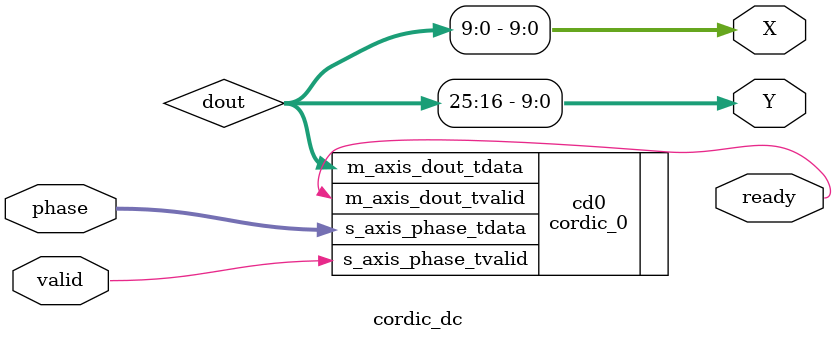
<source format=v>

module Render(
    input render_ready,
    input [19-1:0] pos_x,
    input [19-1:0] pos_y,
    input [10-1:0] rad,
    input [4-1:0] nth,
    input [2-1:0] i,
    output data_ready,
    output reg signed [19-1:0] vertice_x,
    output reg signed [19-1:0] vertice_y
    );
    
    parameter bird_pig = 11'd32;

    parameter w_wood = 11'd8;
    parameter h_wood = 11'd64;//{1'b0,10'd64,8'b0};
    parameter w_floor = 11'd1023;
    parameter h_floor = 11'd64;
    parameter w_wood_hor = 11'd64;
    parameter h_wood_hor = 11'd8;

    //0 w/2, -h/2
    //1 -w/2, -h/2
    //2 -w/2, h/2
    //3 w/2, h/2

    reg ren, valid;
    wire ready;
    wire signed [10-1:0]x, y;
    wire signed [19-1:0]cos, sin;
    wire signed [11-1:0] w, h;

    cordic_dc cddc(.X(x), .Y(y), .phase(rad), .ready(ready), .valid( render_ready));
    assign data_ready = ready;
    assign cos =  { {9{x[9]}} , x };
    assign sin =  { {9{y[9]}} , y };
    assign w = (nth == 0)? w_floor :
               (nth == 1 | nth == 2)? bird_pig : 
               (nth == 6 | nth == 9)? w_wood_hor : w_wood ;
    assign h = (nth == 0)? h_floor :
               (nth == 1 | nth == 2)? bird_pig : 
               (nth == 6 | nth == 9)? h_wood_hor : h_wood ;

    always @(*) begin
//        vertice_x = 19'b0;
//        vertice_y = 19'b0;
//        if (ready) begin
        if(i==3'd0)begin
            vertice_x = (w/2) * cos - (-h/2) * sin + pos_x;
            vertice_y = (w/2) * sin + (-h/2) * cos + pos_y;
        end else if(i==3'd1)begin
            vertice_x = (-w/2) * cos - (-h/2) * sin + pos_x;
            vertice_y = (-w/2) * sin + (-h/2) * cos + pos_y;
        end else if(i==3'd2)begin
            vertice_x = (-w/2) * cos - h/2 * sin + pos_x;
            vertice_y = (-w/2) * sin + h/2 * cos + pos_y;
        end else if(i==3'd3) begin
            vertice_x = w/2 * cos - h/2 * sin + pos_x;
            vertice_y = w/2 * sin + h/2 * cos + pos_y;
        end else begin
            vertice_x = 19'b0;
            vertice_y = 19'b0;
        end
//            case (i)
//                3'd0 : begin
//                    vertice_x = (w/2) * cos - (-h/2) * sin + pos_x;
//                    vertice_y = (w/2) * sin + (-h/2) * cos + pos_y;
//                end
//                3'd1 : begin
//                    vertice_x = (-w/2) * cos - (-h/2) * sin + pos_x;
//                    vertice_y = (-w/2) * sin + (-h/2) * cos + pos_y;
//                end
//                3'd2 : begin
//                    vertice_x = (-w/2) * cos - h/2 * sin + pos_x;
//                    vertice_y = (-w/2) * sin + h/2 * cos + pos_y;
//                end
//                3'd3 : begin
//                    vertice_x = w/2 * cos - h/2 * sin + pos_x;
//                    vertice_y = w/2 * sin + h/2 * cos + pos_y;
//                end
//                default: begin
//                  vertice_x = 19'b0;
//                  vertice_y = 19'b0;
//                end
//            endcase
        end
//    end

endmodule

module cordic_dc(X, Y, phase, ready, valid);
    output [9:0]X, Y;
    input [9:0]phase;

    input wire valid;
    output wire ready;
    wire [32-1:0]dout;

    assign {Y, X} = { dout[25:16], dout[9:0] };



    cordic_0 cd0(
        .s_axis_phase_tvalid(valid),
        .s_axis_phase_tdata(phase),
        .m_axis_dout_tdata(dout),
        .m_axis_dout_tvalid(ready)
    );

endmodule

</source>
